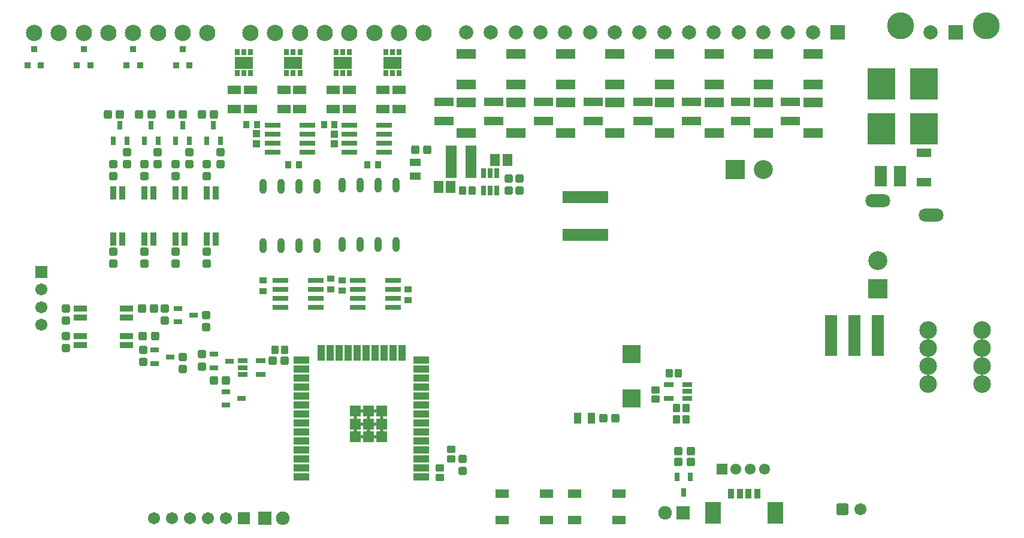
<source format=gts>
G04*
G04 #@! TF.GenerationSoftware,Altium Limited,Altium Designer,23.1.1 (15)*
G04*
G04 Layer_Color=8388736*
%FSLAX44Y44*%
%MOMM*%
G71*
G04*
G04 #@! TF.SameCoordinates,834500F6-C2E4-4EAC-996A-B368302F4D9C*
G04*
G04*
G04 #@! TF.FilePolarity,Negative*
G04*
G01*
G75*
G04:AMPARAMS|DCode=61|XSize=1.2032mm|YSize=1.1032mm|CornerRadius=0.2141mm|HoleSize=0mm|Usage=FLASHONLY|Rotation=90.000|XOffset=0mm|YOffset=0mm|HoleType=Round|Shape=RoundedRectangle|*
%AMROUNDEDRECTD61*
21,1,1.2032,0.6750,0,0,90.0*
21,1,0.7750,1.1032,0,0,90.0*
1,1,0.4282,0.3375,0.3875*
1,1,0.4282,0.3375,-0.3875*
1,1,0.4282,-0.3375,-0.3875*
1,1,0.4282,-0.3375,0.3875*
%
%ADD61ROUNDEDRECTD61*%
%ADD62R,1.1032X1.6032*%
%ADD63R,1.6032X1.1032*%
%ADD64R,0.9524X1.4524*%
%ADD65R,2.2524X3.1524*%
G04:AMPARAMS|DCode=66|XSize=1.2032mm|YSize=1.1032mm|CornerRadius=0.2141mm|HoleSize=0mm|Usage=FLASHONLY|Rotation=180.000|XOffset=0mm|YOffset=0mm|HoleType=Round|Shape=RoundedRectangle|*
%AMROUNDEDRECTD66*
21,1,1.2032,0.6750,0,0,180.0*
21,1,0.7750,1.1032,0,0,180.0*
1,1,0.4282,-0.3875,0.3375*
1,1,0.4282,0.3875,0.3375*
1,1,0.4282,0.3875,-0.3375*
1,1,0.4282,-0.3875,-0.3375*
%
%ADD66ROUNDEDRECTD66*%
%ADD67R,2.6132X2.5732*%
G04:AMPARAMS|DCode=68|XSize=1.1532mm|YSize=1.0532mm|CornerRadius=0.2079mm|HoleSize=0mm|Usage=FLASHONLY|Rotation=270.000|XOffset=0mm|YOffset=0mm|HoleType=Round|Shape=RoundedRectangle|*
%AMROUNDEDRECTD68*
21,1,1.1532,0.6375,0,0,270.0*
21,1,0.7375,1.0532,0,0,270.0*
1,1,0.4157,-0.3188,-0.3688*
1,1,0.4157,-0.3188,0.3688*
1,1,0.4157,0.3188,0.3688*
1,1,0.4157,0.3188,-0.3688*
%
%ADD68ROUNDEDRECTD68*%
%ADD69R,1.4032X0.7532*%
G04:AMPARAMS|DCode=70|XSize=1.1532mm|YSize=1.0532mm|CornerRadius=0.2079mm|HoleSize=0mm|Usage=FLASHONLY|Rotation=180.000|XOffset=0mm|YOffset=0mm|HoleType=Round|Shape=RoundedRectangle|*
%AMROUNDEDRECTD70*
21,1,1.1532,0.6375,0,0,180.0*
21,1,0.7375,1.0532,0,0,180.0*
1,1,0.4157,-0.3688,0.3188*
1,1,0.4157,0.3688,0.3188*
1,1,0.4157,0.3688,-0.3188*
1,1,0.4157,-0.3688,-0.3188*
%
%ADD70ROUNDEDRECTD70*%
%ADD71R,2.0832X1.3032*%
%ADD72R,1.8032X5.8032*%
%ADD73R,1.7332X2.9232*%
%ADD74R,4.0132X4.4432*%
%ADD75R,0.8032X1.3032*%
%ADD76R,1.9032X1.2032*%
%ADD77R,1.5332X1.5332*%
%ADD78R,2.2032X1.1032*%
%ADD79R,1.1032X2.2032*%
%ADD80R,1.3532X0.8032*%
%ADD81R,1.3032X0.8032*%
%ADD82R,1.2532X0.8032*%
%ADD83R,1.8532X0.8532*%
%ADD84R,1.1032X0.9032*%
%ADD85R,2.1844X0.7620*%
%ADD86R,1.3532X1.6732*%
%ADD87R,0.9032X1.1032*%
%ADD88O,1.0532X2.1032*%
%ADD89R,0.8532X1.8532*%
%ADD90R,0.8032X1.4032*%
%ADD91R,1.5032X4.6032*%
%ADD92R,1.1032X1.0032*%
%ADD93R,0.8032X1.2532*%
%ADD94R,2.8032X1.4032*%
%ADD95R,2.8032X1.3032*%
%ADD96R,1.9032X1.3032*%
%ADD97R,0.6532X0.9532*%
%ADD98R,2.6032X1.8032*%
%ADD99R,0.8232X0.8782*%
%ADD100R,0.6382X1.6982*%
%ADD101R,1.7112X1.7112*%
%ADD102C,1.7112*%
%ADD103R,1.9282X1.9282*%
%ADD104C,1.9282*%
%ADD105C,1.5532*%
%ADD106R,1.5532X1.5532*%
%ADD107C,2.5032*%
%ADD108R,2.6782X2.6782*%
%ADD109C,2.6782*%
%ADD110O,3.5032X1.8532*%
G04:AMPARAMS|DCode=111|XSize=1.7032mm|YSize=1.7032mm|CornerRadius=0.2891mm|HoleSize=0mm|Usage=FLASHONLY|Rotation=180.000|XOffset=0mm|YOffset=0mm|HoleType=Round|Shape=RoundedRectangle|*
%AMROUNDEDRECTD111*
21,1,1.7032,1.1250,0,0,180.0*
21,1,1.1250,1.7032,0,0,180.0*
1,1,0.5782,-0.5625,0.5625*
1,1,0.5782,0.5625,0.5625*
1,1,0.5782,0.5625,-0.5625*
1,1,0.5782,-0.5625,-0.5625*
%
%ADD111ROUNDEDRECTD111*%
%ADD112C,1.7032*%
%ADD113R,1.7032X1.7032*%
%ADD114C,0.5032*%
%ADD115R,2.6782X2.6782*%
%ADD116C,3.8032*%
%ADD117C,2.0032*%
%ADD118R,2.0032X2.0032*%
%ADD119C,2.3032*%
D61*
X847970Y160528D02*
D03*
X830970D02*
D03*
X582286Y540512D02*
D03*
X565286D02*
D03*
X937142Y114300D02*
D03*
X954142D02*
D03*
X954142Y99314D02*
D03*
X937142D02*
D03*
X380610Y242570D02*
D03*
X363610D02*
D03*
X180222Y276606D02*
D03*
X197222D02*
D03*
X179206Y315976D02*
D03*
X196206D02*
D03*
X263280Y589788D02*
D03*
X280280D02*
D03*
X219338D02*
D03*
X236338D02*
D03*
X175142D02*
D03*
X192142D02*
D03*
X130946D02*
D03*
X147946D02*
D03*
X280552Y214122D02*
D03*
X297552D02*
D03*
D62*
X794664Y160528D02*
D03*
X813664D02*
D03*
D63*
X565286Y503072D02*
D03*
Y522072D02*
D03*
D64*
X1011220Y54330D02*
D03*
X1023720D02*
D03*
X1036220D02*
D03*
X1048720D02*
D03*
D65*
X1074220Y26830D02*
D03*
X985720D02*
D03*
D66*
X245872Y519566D02*
D03*
Y536566D02*
D03*
X201422D02*
D03*
Y519566D02*
D03*
X631952Y102988D02*
D03*
Y85988D02*
D03*
X263398Y251070D02*
D03*
Y234070D02*
D03*
X236220Y230514D02*
D03*
Y247514D02*
D03*
X180848Y257166D02*
D03*
Y240166D02*
D03*
X269240Y306188D02*
D03*
Y289188D02*
D03*
X211328Y316094D02*
D03*
Y299094D02*
D03*
X71882Y259724D02*
D03*
Y276724D02*
D03*
Y299094D02*
D03*
Y316094D02*
D03*
X270764Y379358D02*
D03*
Y396358D02*
D03*
X226822Y379358D02*
D03*
Y396358D02*
D03*
X182626Y379358D02*
D03*
Y396358D02*
D03*
X138684Y379358D02*
D03*
Y396358D02*
D03*
X712778Y499332D02*
D03*
Y482332D02*
D03*
X696776Y482332D02*
D03*
Y499332D02*
D03*
X289628Y519566D02*
D03*
Y536566D02*
D03*
X270764Y502548D02*
D03*
Y519548D02*
D03*
X226568D02*
D03*
Y502548D02*
D03*
X182626Y519548D02*
D03*
Y502548D02*
D03*
X138684Y519548D02*
D03*
Y502548D02*
D03*
X157480Y519566D02*
D03*
Y536566D02*
D03*
D67*
X870712Y251722D02*
D03*
Y189222D02*
D03*
D68*
X947820Y175260D02*
D03*
X934320D02*
D03*
X947820Y159512D02*
D03*
X934320D02*
D03*
X923652Y224028D02*
D03*
X937152D02*
D03*
X380384Y257810D02*
D03*
X366884D02*
D03*
X632368Y482450D02*
D03*
X645868D02*
D03*
D69*
X923498Y208128D02*
D03*
Y189128D02*
D03*
X949498Y208128D02*
D03*
Y198628D02*
D03*
Y189128D02*
D03*
D70*
X904494Y187560D02*
D03*
Y201060D02*
D03*
X615950Y116478D02*
D03*
Y102978D02*
D03*
X600202Y90316D02*
D03*
Y76816D02*
D03*
D71*
X1284224Y536116D02*
D03*
Y494616D02*
D03*
D72*
X1218418Y277368D02*
D03*
X1185418D02*
D03*
X1152418D02*
D03*
D73*
X1222808Y502666D02*
D03*
X1249628D02*
D03*
D74*
X1284224Y633372D02*
D03*
Y569572D02*
D03*
X1223772D02*
D03*
Y633372D02*
D03*
D75*
X944372Y56310D02*
D03*
X934872Y78310D02*
D03*
X953872D02*
D03*
D76*
X852932Y16564D02*
D03*
X789932D02*
D03*
X852932Y54564D02*
D03*
X789932D02*
D03*
X750824Y16564D02*
D03*
X687824D02*
D03*
X750824Y54564D02*
D03*
X687824D02*
D03*
D77*
X480600Y171000D02*
D03*
X498950D02*
D03*
X517300D02*
D03*
X480600Y152650D02*
D03*
X498950D02*
D03*
X517300D02*
D03*
X480600Y134300D02*
D03*
X498950D02*
D03*
X517300D02*
D03*
D78*
X403950Y77650D02*
D03*
Y90350D02*
D03*
Y115750D02*
D03*
Y128450D02*
D03*
Y141150D02*
D03*
Y153850D02*
D03*
Y166550D02*
D03*
Y179250D02*
D03*
Y191950D02*
D03*
Y204650D02*
D03*
Y217350D02*
D03*
Y242750D02*
D03*
X573950Y103050D02*
D03*
Y90350D02*
D03*
Y77650D02*
D03*
Y204650D02*
D03*
Y191950D02*
D03*
Y242750D02*
D03*
Y217350D02*
D03*
Y115750D02*
D03*
Y128450D02*
D03*
Y230050D02*
D03*
Y153850D02*
D03*
Y141150D02*
D03*
Y166550D02*
D03*
Y179250D02*
D03*
X403950Y103050D02*
D03*
Y230050D02*
D03*
D79*
X457200Y252750D02*
D03*
X469900D02*
D03*
X482600D02*
D03*
X495300D02*
D03*
X508000D02*
D03*
X520700D02*
D03*
X546100D02*
D03*
X431800D02*
D03*
X533400D02*
D03*
X444500D02*
D03*
D80*
X321510Y241910D02*
D03*
Y232410D02*
D03*
Y222910D02*
D03*
X346510Y241910D02*
D03*
Y222910D02*
D03*
D81*
X302338Y241554D02*
D03*
X280338Y232054D02*
D03*
Y251054D02*
D03*
X297356Y198222D02*
D03*
Y179222D02*
D03*
X319356Y188722D02*
D03*
D82*
X197026Y257150D02*
D03*
Y238150D02*
D03*
X219026Y247650D02*
D03*
X252046Y306578D02*
D03*
X230046Y297078D02*
D03*
Y316078D02*
D03*
D83*
X91960Y276606D02*
D03*
Y263906D02*
D03*
X156960D02*
D03*
Y276606D02*
D03*
Y315976D02*
D03*
Y303276D02*
D03*
X91960D02*
D03*
Y315976D02*
D03*
D84*
X555244Y328034D02*
D03*
Y343034D02*
D03*
X462026Y340988D02*
D03*
Y355988D02*
D03*
X446024Y357766D02*
D03*
Y342766D02*
D03*
X350012Y340480D02*
D03*
Y355480D02*
D03*
D85*
X533400Y317754D02*
D03*
Y330454D02*
D03*
Y355854D02*
D03*
X484124Y343154D02*
D03*
Y330454D02*
D03*
Y317754D02*
D03*
X533400Y343154D02*
D03*
X484124Y355854D02*
D03*
X424180Y317500D02*
D03*
Y330200D02*
D03*
Y355600D02*
D03*
X374904Y342900D02*
D03*
Y330200D02*
D03*
Y317500D02*
D03*
X424180Y342900D02*
D03*
X374904Y355600D02*
D03*
X472186Y536448D02*
D03*
Y549148D02*
D03*
Y561848D02*
D03*
X521462Y574548D02*
D03*
Y549148D02*
D03*
Y536448D02*
D03*
X472186Y574548D02*
D03*
X521462Y561848D02*
D03*
X412793Y536448D02*
D03*
Y549148D02*
D03*
Y574548D02*
D03*
X363517Y561848D02*
D03*
Y549148D02*
D03*
Y536448D02*
D03*
Y574548D02*
D03*
X412793Y561848D02*
D03*
D86*
X597752Y487934D02*
D03*
X615352D02*
D03*
X695162Y526138D02*
D03*
X677562D02*
D03*
D87*
X497652Y518668D02*
D03*
X512652D02*
D03*
X385946D02*
D03*
X400946D02*
D03*
X450984Y575818D02*
D03*
X435984D02*
D03*
X326256D02*
D03*
X341256D02*
D03*
D88*
X537972Y490056D02*
D03*
X487172D02*
D03*
X461772D02*
D03*
X537972Y406056D02*
D03*
X512572D02*
D03*
X487172D02*
D03*
X461772D02*
D03*
X512572Y490056D02*
D03*
X375412Y404786D02*
D03*
X400812D02*
D03*
X426212D02*
D03*
X350012Y488786D02*
D03*
X375412D02*
D03*
X426212D02*
D03*
X350012Y404786D02*
D03*
X400812Y488786D02*
D03*
D89*
X270764Y479286D02*
D03*
X283464D02*
D03*
Y414286D02*
D03*
X270764D02*
D03*
X226737D02*
D03*
X239437D02*
D03*
Y479286D02*
D03*
X226737D02*
D03*
X182711D02*
D03*
X195411D02*
D03*
Y414286D02*
D03*
X182711D02*
D03*
X138684Y479286D02*
D03*
X151384D02*
D03*
Y414286D02*
D03*
X138684D02*
D03*
D90*
X661368Y507396D02*
D03*
X670868D02*
D03*
X680368D02*
D03*
Y482396D02*
D03*
X670868D02*
D03*
X661368D02*
D03*
D91*
X616174Y523494D02*
D03*
X644174D02*
D03*
D92*
X450850Y562498D02*
D03*
Y548498D02*
D03*
X341122Y548752D02*
D03*
Y562752D02*
D03*
D93*
X280162Y574626D02*
D03*
X289662Y552626D02*
D03*
X270662D02*
D03*
X236220Y574626D02*
D03*
X245720Y552626D02*
D03*
X226720D02*
D03*
X192024Y574626D02*
D03*
X201524Y552626D02*
D03*
X182524D02*
D03*
X148082Y574626D02*
D03*
X157582Y552626D02*
D03*
X138582D02*
D03*
D94*
X1126998Y563470D02*
D03*
Y607470D02*
D03*
X1057148D02*
D03*
Y563470D02*
D03*
X987298D02*
D03*
Y607470D02*
D03*
X917194D02*
D03*
Y563470D02*
D03*
X847344Y607470D02*
D03*
Y563470D02*
D03*
X777240Y607470D02*
D03*
Y563470D02*
D03*
X707136Y607470D02*
D03*
Y563470D02*
D03*
X637286Y607470D02*
D03*
Y563470D02*
D03*
X1126998Y632050D02*
D03*
Y676050D02*
D03*
X1057148D02*
D03*
Y632050D02*
D03*
X987298Y676050D02*
D03*
Y632050D02*
D03*
X917194Y676050D02*
D03*
Y632050D02*
D03*
X847344Y676050D02*
D03*
Y632050D02*
D03*
X777240Y676050D02*
D03*
Y632050D02*
D03*
X707136Y676050D02*
D03*
Y632050D02*
D03*
X637286Y676050D02*
D03*
Y632050D02*
D03*
D95*
X1095248Y580970D02*
D03*
Y607970D02*
D03*
X1025144D02*
D03*
Y580970D02*
D03*
X955294D02*
D03*
Y607970D02*
D03*
X886460D02*
D03*
Y580970D02*
D03*
X816356Y607970D02*
D03*
Y580970D02*
D03*
X746506Y607970D02*
D03*
Y580970D02*
D03*
X675640Y607970D02*
D03*
Y580970D02*
D03*
X606044Y607970D02*
D03*
Y580970D02*
D03*
D96*
X542290Y597624D02*
D03*
Y624624D02*
D03*
X519684D02*
D03*
Y597624D02*
D03*
X472186D02*
D03*
Y624624D02*
D03*
X449326D02*
D03*
Y597624D02*
D03*
X402082D02*
D03*
Y624624D02*
D03*
X379476D02*
D03*
Y597624D02*
D03*
X332232D02*
D03*
Y624624D02*
D03*
X309626D02*
D03*
Y597624D02*
D03*
D97*
X542392Y678194D02*
D03*
X532892D02*
D03*
X523392D02*
D03*
Y648194D02*
D03*
X532892D02*
D03*
X542392D02*
D03*
X462788D02*
D03*
X453288D02*
D03*
Y678194D02*
D03*
X462788D02*
D03*
X472288D02*
D03*
Y648194D02*
D03*
X392684D02*
D03*
X383184D02*
D03*
Y678194D02*
D03*
X392684D02*
D03*
X402184D02*
D03*
Y648194D02*
D03*
X322834D02*
D03*
X313334D02*
D03*
Y678194D02*
D03*
X322834D02*
D03*
X332334D02*
D03*
Y648194D02*
D03*
D98*
X532892Y663194D02*
D03*
X462788D02*
D03*
X392684D02*
D03*
X322834D02*
D03*
D99*
X236474Y682702D02*
D03*
X245974Y659942D02*
D03*
X226974D02*
D03*
X166624Y682702D02*
D03*
X176124Y659942D02*
D03*
X157124D02*
D03*
X96520Y682702D02*
D03*
X106020Y659942D02*
D03*
X87020D02*
D03*
X16916D02*
D03*
X35916D02*
D03*
X26416Y682702D02*
D03*
D100*
X833989Y473709D02*
D03*
X827629D02*
D03*
X821289D02*
D03*
X814929D02*
D03*
X808589D02*
D03*
X802229D02*
D03*
X795889D02*
D03*
X789529D02*
D03*
X783189D02*
D03*
X776829D02*
D03*
Y419669D02*
D03*
X783189D02*
D03*
X789529D02*
D03*
X795889D02*
D03*
X802229D02*
D03*
X808589D02*
D03*
X814929D02*
D03*
X821289D02*
D03*
X827629D02*
D03*
X833989D02*
D03*
D101*
X36750Y367700D02*
D03*
D102*
Y342700D02*
D03*
Y292700D02*
D03*
Y317700D02*
D03*
D103*
X352298Y19304D02*
D03*
X943864Y27432D02*
D03*
D104*
X377698Y19304D02*
D03*
X918464Y27432D02*
D03*
D105*
X1058352Y88900D02*
D03*
X1038352D02*
D03*
X1018352D02*
D03*
D106*
X998352D02*
D03*
D107*
X1289812Y284988D02*
D03*
Y259588D02*
D03*
Y234188D02*
D03*
Y208788D02*
D03*
X1366012D02*
D03*
Y234188D02*
D03*
Y259588D02*
D03*
Y284988D02*
D03*
D108*
X1218946Y343686D02*
D03*
D109*
Y383286D02*
D03*
X1057148Y512318D02*
D03*
D110*
X1294038Y448216D02*
D03*
X1219038Y468216D02*
D03*
D111*
X1169054Y32512D02*
D03*
D112*
X1194054D02*
D03*
X195834Y19304D02*
D03*
X221234D02*
D03*
X246634D02*
D03*
X272034D02*
D03*
X297434D02*
D03*
D113*
X322834D02*
D03*
D114*
X489775Y171000D02*
D03*
X508125D02*
D03*
X480600Y161825D02*
D03*
X498950D02*
D03*
X517300D02*
D03*
X489775Y152650D02*
D03*
X508125D02*
D03*
X480600Y143475D02*
D03*
X498950D02*
D03*
X517300D02*
D03*
X489775Y134300D02*
D03*
X508125D02*
D03*
D115*
X1017548Y512318D02*
D03*
D116*
X1250600Y715120D02*
D03*
X1371600D02*
D03*
D117*
X1293600Y706120D02*
D03*
X1127050D02*
D03*
X1092050D02*
D03*
X1057050D02*
D03*
X1022050D02*
D03*
X987050D02*
D03*
X952050D02*
D03*
X917050D02*
D03*
X882050D02*
D03*
X847050D02*
D03*
X812050D02*
D03*
X777050D02*
D03*
X742050D02*
D03*
X707050D02*
D03*
X672050D02*
D03*
X637050D02*
D03*
D118*
X1328600D02*
D03*
X1162050D02*
D03*
D119*
X332258Y704972D02*
D03*
X367258D02*
D03*
X402258D02*
D03*
X437258D02*
D03*
X472258D02*
D03*
X507258D02*
D03*
X542258D02*
D03*
X577258D02*
D03*
X26572D02*
D03*
X61572D02*
D03*
X96572D02*
D03*
X131572D02*
D03*
X166572D02*
D03*
X201572D02*
D03*
X236572D02*
D03*
X271572D02*
D03*
M02*

</source>
